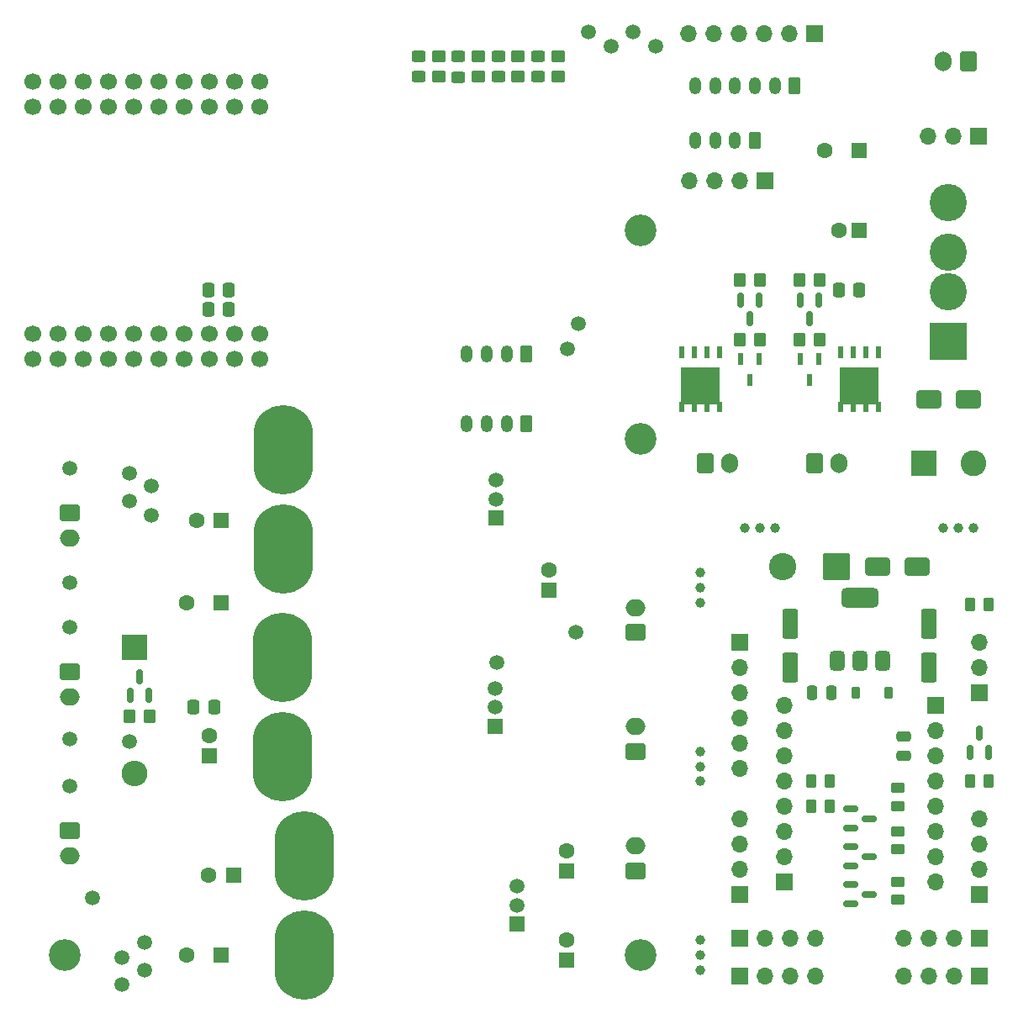
<source format=gbr>
%TF.GenerationSoftware,KiCad,Pcbnew,8.0.5-dirty*%
%TF.CreationDate,2024-10-27T18:43:13+01:00*%
%TF.ProjectId,tank_mower_controller_V1,74616e6b-5f6d-46f7-9765-725f636f6e74,rev?*%
%TF.SameCoordinates,Original*%
%TF.FileFunction,Soldermask,Top*%
%TF.FilePolarity,Negative*%
%FSLAX46Y46*%
G04 Gerber Fmt 4.6, Leading zero omitted, Abs format (unit mm)*
G04 Created by KiCad (PCBNEW 8.0.5-dirty) date 2024-10-27 18:43:13*
%MOMM*%
%LPD*%
G01*
G04 APERTURE LIST*
G04 Aperture macros list*
%AMRoundRect*
0 Rectangle with rounded corners*
0 $1 Rounding radius*
0 $2 $3 $4 $5 $6 $7 $8 $9 X,Y pos of 4 corners*
0 Add a 4 corners polygon primitive as box body*
4,1,4,$2,$3,$4,$5,$6,$7,$8,$9,$2,$3,0*
0 Add four circle primitives for the rounded corners*
1,1,$1+$1,$2,$3*
1,1,$1+$1,$4,$5*
1,1,$1+$1,$6,$7*
1,1,$1+$1,$8,$9*
0 Add four rect primitives between the rounded corners*
20,1,$1+$1,$2,$3,$4,$5,0*
20,1,$1+$1,$4,$5,$6,$7,0*
20,1,$1+$1,$6,$7,$8,$9,0*
20,1,$1+$1,$8,$9,$2,$3,0*%
%AMHorizOval*
0 Thick line with rounded ends*
0 $1 width*
0 $2 $3 position (X,Y) of the first rounded end (center of the circle)*
0 $4 $5 position (X,Y) of the second rounded end (center of the circle)*
0 Add line between two ends*
20,1,$1,$2,$3,$4,$5,0*
0 Add two circle primitives to create the rounded ends*
1,1,$1,$2,$3*
1,1,$1,$4,$5*%
G04 Aperture macros list end*
%ADD10RoundRect,0.250000X0.350000X0.625000X-0.350000X0.625000X-0.350000X-0.625000X0.350000X-0.625000X0*%
%ADD11O,1.200000X1.750000*%
%ADD12C,1.500000*%
%ADD13RoundRect,0.250000X-0.750000X0.600000X-0.750000X-0.600000X0.750000X-0.600000X0.750000X0.600000X0*%
%ADD14O,2.000000X1.700000*%
%ADD15C,1.000000*%
%ADD16RoundRect,0.250000X-0.550000X1.250000X-0.550000X-1.250000X0.550000X-1.250000X0.550000X1.250000X0*%
%ADD17RoundRect,0.250000X-1.000000X-0.650000X1.000000X-0.650000X1.000000X0.650000X-1.000000X0.650000X0*%
%ADD18R,1.600000X1.600000*%
%ADD19C,1.600000*%
%ADD20RoundRect,0.250000X-0.262500X-0.450000X0.262500X-0.450000X0.262500X0.450000X-0.262500X0.450000X0*%
%ADD21RoundRect,0.250000X-0.450000X0.350000X-0.450000X-0.350000X0.450000X-0.350000X0.450000X0.350000X0*%
%ADD22RoundRect,0.150000X0.150000X-0.587500X0.150000X0.587500X-0.150000X0.587500X-0.150000X-0.587500X0*%
%ADD23RoundRect,0.250000X-0.350000X-0.450000X0.350000X-0.450000X0.350000X0.450000X-0.350000X0.450000X0*%
%ADD24RoundRect,0.250000X-0.600000X-0.750000X0.600000X-0.750000X0.600000X0.750000X-0.600000X0.750000X0*%
%ADD25O,1.700000X2.000000*%
%ADD26RoundRect,0.250000X0.750000X-0.600000X0.750000X0.600000X-0.750000X0.600000X-0.750000X-0.600000X0*%
%ADD27R,1.700000X1.700000*%
%ADD28O,1.700000X1.700000*%
%ADD29R,0.600000X1.300000*%
%ADD30R,0.610000X1.270000*%
%ADD31R,3.910000X3.810000*%
%ADD32R,0.610000X1.020000*%
%ADD33RoundRect,0.250000X0.350000X0.450000X-0.350000X0.450000X-0.350000X-0.450000X0.350000X-0.450000X0*%
%ADD34C,3.200000*%
%ADD35R,1.500000X1.500000*%
%ADD36HorizOval,0.800000X0.000000X0.000000X0.000000X0.000000X0*%
%ADD37HorizOval,0.800000X0.000000X0.000000X0.000000X0.000000X0*%
%ADD38C,0.800000*%
%ADD39O,6.000000X9.000000*%
%ADD40RoundRect,0.250000X-0.450000X0.325000X-0.450000X-0.325000X0.450000X-0.325000X0.450000X0.325000X0*%
%ADD41R,3.750000X3.750000*%
%ADD42C,3.750000*%
%ADD43RoundRect,0.375000X0.375000X-0.625000X0.375000X0.625000X-0.375000X0.625000X-0.375000X-0.625000X0*%
%ADD44RoundRect,0.500000X1.400000X-0.500000X1.400000X0.500000X-1.400000X0.500000X-1.400000X-0.500000X0*%
%ADD45RoundRect,0.250000X0.475000X-0.250000X0.475000X0.250000X-0.475000X0.250000X-0.475000X-0.250000X0*%
%ADD46RoundRect,0.150000X-0.587500X-0.150000X0.587500X-0.150000X0.587500X0.150000X-0.587500X0.150000X0*%
%ADD47RoundRect,0.250000X0.262500X0.450000X-0.262500X0.450000X-0.262500X-0.450000X0.262500X-0.450000X0*%
%ADD48RoundRect,0.150000X-0.150000X0.587500X-0.150000X-0.587500X0.150000X-0.587500X0.150000X0.587500X0*%
%ADD49RoundRect,0.250000X0.337500X0.475000X-0.337500X0.475000X-0.337500X-0.475000X0.337500X-0.475000X0*%
%ADD50R,2.600000X2.600000*%
%ADD51C,2.600000*%
%ADD52RoundRect,0.250000X0.450000X-0.262500X0.450000X0.262500X-0.450000X0.262500X-0.450000X-0.262500X0*%
%ADD53RoundRect,0.250000X-0.337500X-0.475000X0.337500X-0.475000X0.337500X0.475000X-0.337500X0.475000X0*%
%ADD54RoundRect,0.250000X0.600000X0.750000X-0.600000X0.750000X-0.600000X-0.750000X0.600000X-0.750000X0*%
%ADD55RoundRect,0.250000X1.000000X0.650000X-1.000000X0.650000X-1.000000X-0.650000X1.000000X-0.650000X0*%
%ADD56C,1.700000*%
%ADD57RoundRect,0.250000X1.125000X1.125000X-1.125000X1.125000X-1.125000X-1.125000X1.125000X-1.125000X0*%
%ADD58C,2.750000*%
%ADD59RoundRect,0.250000X0.250000X0.475000X-0.250000X0.475000X-0.250000X-0.475000X0.250000X-0.475000X0*%
%ADD60RoundRect,0.250000X-0.450000X0.262500X-0.450000X-0.262500X0.450000X-0.262500X0.450000X0.262500X0*%
%ADD61RoundRect,0.225000X0.225000X0.375000X-0.225000X0.375000X-0.225000X-0.375000X0.225000X-0.375000X0*%
%ADD62O,2.600000X2.600000*%
G04 APERTURE END LIST*
D10*
%TO.C,J13*%
X141238000Y-79204000D03*
D11*
X139238000Y-79204000D03*
X137238000Y-79204000D03*
X135238000Y-79204000D03*
%TD*%
D12*
%TO.C,TP54*%
X149738000Y-48204000D03*
%TD*%
D13*
%TO.C,M3*%
X95238000Y-111204000D03*
D14*
X95238000Y-113704000D03*
%TD*%
D15*
%TO.C,*%
X186238000Y-96704000D03*
%TD*%
%TO.C,*%
X158738000Y-120704000D03*
%TD*%
D16*
%TO.C,C4*%
X167808000Y-106314000D03*
X167808000Y-110714000D03*
%TD*%
D17*
%TO.C,D10*%
X181738000Y-83704000D03*
X185738000Y-83704000D03*
%TD*%
D18*
%TO.C,C16*%
X109326605Y-119615395D03*
D19*
X109326605Y-117615395D03*
%TD*%
D20*
%TO.C,R5*%
X185945500Y-104364000D03*
X187770500Y-104364000D03*
%TD*%
D21*
%TO.C,R30*%
X144388000Y-49229000D03*
X144388000Y-51229000D03*
%TD*%
D22*
%TO.C,Q4*%
X185908000Y-119271500D03*
X187808000Y-119271500D03*
X186858000Y-117396500D03*
%TD*%
D18*
%TO.C,C9*%
X110488000Y-139704000D03*
D19*
X106988000Y-139704000D03*
%TD*%
D18*
%TO.C,C37*%
X174738000Y-58704000D03*
D19*
X171238000Y-58704000D03*
%TD*%
D12*
%TO.C,TP19*%
X101238000Y-118204000D03*
%TD*%
D13*
%TO.C,M1*%
X95238000Y-127204000D03*
D14*
X95238000Y-129704000D03*
%TD*%
D23*
%TO.C,R16*%
X101238000Y-115704000D03*
X103238000Y-115704000D03*
%TD*%
D24*
%TO.C,J2*%
X159238000Y-90204000D03*
D25*
X161738000Y-90204000D03*
%TD*%
D26*
%TO.C,J11*%
X152238000Y-131204000D03*
D14*
X152238000Y-128704000D03*
%TD*%
D12*
%TO.C,TP20*%
X102738000Y-141204000D03*
%TD*%
D18*
%TO.C,C21*%
X174738000Y-66704000D03*
D19*
X172738000Y-66704000D03*
%TD*%
D27*
%TO.C,J10*%
X182413000Y-114524000D03*
D28*
X182413000Y-117064000D03*
X182413000Y-119604000D03*
X182413000Y-122144000D03*
X182413000Y-124684000D03*
X182413000Y-127224000D03*
X182413000Y-129764000D03*
X182413000Y-132304000D03*
%TD*%
D23*
%TO.C,R37*%
X162738000Y-77704000D03*
X164738000Y-77704000D03*
%TD*%
D29*
%TO.C,Q17*%
X164688000Y-79704000D03*
X162788000Y-79704000D03*
X163738000Y-81804000D03*
%TD*%
D15*
%TO.C,*%
X164738000Y-96704000D03*
%TD*%
D30*
%TO.C,Q16*%
X160643000Y-79034000D03*
X159373000Y-79034000D03*
X158103000Y-79034000D03*
X156833000Y-79034000D03*
D31*
X158738000Y-82394000D03*
D32*
X160643000Y-84499000D03*
X159373000Y-84499000D03*
X158103000Y-84499000D03*
X156833000Y-84499000D03*
%TD*%
D33*
%TO.C,R2*%
X164738000Y-71704000D03*
X162738000Y-71704000D03*
%TD*%
D24*
%TO.C,J1*%
X170238000Y-90204000D03*
D25*
X172738000Y-90204000D03*
%TD*%
D15*
%TO.C,*%
X158738000Y-102704000D03*
%TD*%
D34*
%TO.C,REF\u002A\u002A*%
X152738000Y-87704000D03*
%TD*%
D35*
%TO.C,U8*%
X138088000Y-116666500D03*
D12*
X138088000Y-114756500D03*
X138088000Y-112846500D03*
D36*
X116058000Y-113706500D03*
D37*
X117318000Y-113706500D03*
D38*
X115028000Y-112956500D03*
X118348000Y-112956500D03*
X114638000Y-111756500D03*
X118738000Y-111756500D03*
X114638000Y-110426500D03*
X118738000Y-110426500D03*
D39*
X116688000Y-109756500D03*
D38*
X114638000Y-109086500D03*
X118738000Y-109086500D03*
X114638000Y-107756500D03*
X118738000Y-107756500D03*
X115028000Y-106556500D03*
X118348000Y-106556500D03*
X116058000Y-105806500D03*
X117318000Y-105806500D03*
X116058000Y-123706500D03*
X117318000Y-123706500D03*
X115028000Y-122956500D03*
X118348000Y-122956500D03*
X114638000Y-121756500D03*
X118738000Y-121756500D03*
X114638000Y-120426500D03*
X118738000Y-120426500D03*
D39*
X116688000Y-119756500D03*
D38*
X114638000Y-119086500D03*
X118738000Y-119086500D03*
X114638000Y-117756500D03*
X118738000Y-117756500D03*
X115028000Y-116556500D03*
X118348000Y-116556500D03*
D37*
X116058000Y-115806500D03*
D36*
X117318000Y-115806500D03*
%TD*%
D40*
%TO.C,D7*%
X138388000Y-49204000D03*
X138388000Y-51254000D03*
%TD*%
D10*
%TO.C,J9*%
X164238000Y-57704000D03*
D11*
X162238000Y-57704000D03*
X160238000Y-57704000D03*
X158238000Y-57704000D03*
%TD*%
D15*
%TO.C,*%
X158738000Y-119204000D03*
%TD*%
D35*
%TO.C,U2*%
X140238000Y-136604000D03*
D12*
X140238000Y-134694000D03*
X140238000Y-132784000D03*
D36*
X118208000Y-133644000D03*
D37*
X119468000Y-133644000D03*
D38*
X117178000Y-132894000D03*
X120498000Y-132894000D03*
X116788000Y-131694000D03*
X120888000Y-131694000D03*
X116788000Y-130364000D03*
X120888000Y-130364000D03*
D39*
X118838000Y-129694000D03*
D38*
X116788000Y-129024000D03*
X120888000Y-129024000D03*
X116788000Y-127694000D03*
X120888000Y-127694000D03*
X117178000Y-126494000D03*
X120498000Y-126494000D03*
X118208000Y-125744000D03*
X119468000Y-125744000D03*
X118208000Y-143644000D03*
X119468000Y-143644000D03*
X117178000Y-142894000D03*
X120498000Y-142894000D03*
X116788000Y-141694000D03*
X120888000Y-141694000D03*
X116788000Y-140364000D03*
X120888000Y-140364000D03*
D39*
X118838000Y-139694000D03*
D38*
X116788000Y-139024000D03*
X120888000Y-139024000D03*
X116788000Y-137694000D03*
X120888000Y-137694000D03*
X117178000Y-136494000D03*
X120498000Y-136494000D03*
D37*
X118208000Y-135744000D03*
D36*
X119468000Y-135744000D03*
%TD*%
D41*
%TO.C,F1*%
X183738000Y-77904000D03*
D42*
X183738000Y-72904000D03*
X183738000Y-68904000D03*
X183738000Y-63904000D03*
%TD*%
D34*
%TO.C,REF\u002A\u002A*%
X152738000Y-66704000D03*
%TD*%
D43*
%TO.C,U2*%
X172493000Y-110054000D03*
X174793000Y-110054000D03*
D44*
X174793000Y-103754000D03*
D43*
X177093000Y-110054000D03*
%TD*%
D45*
%TO.C,C2*%
X179238000Y-119604000D03*
X179238000Y-117704000D03*
%TD*%
D15*
%TO.C,*%
X163238000Y-96704000D03*
%TD*%
D46*
%TO.C,Q3*%
X173855500Y-132624000D03*
X173855500Y-134524000D03*
X175730500Y-133574000D03*
%TD*%
D47*
%TO.C,R6*%
X171768500Y-124684000D03*
X169943500Y-124684000D03*
%TD*%
D48*
%TO.C,Q3*%
X170688000Y-73766500D03*
X168788000Y-73766500D03*
X169738000Y-75641500D03*
%TD*%
D12*
%TO.C,TP21*%
X102738000Y-138454000D03*
%TD*%
D26*
%TO.C,J6*%
X152238000Y-107204000D03*
D14*
X152238000Y-104704000D03*
%TD*%
D12*
%TO.C,TP15*%
X95238000Y-90704000D03*
%TD*%
D46*
%TO.C,Q1*%
X173855500Y-128814000D03*
X173855500Y-130714000D03*
X175730500Y-129764000D03*
%TD*%
D12*
%TO.C,TP22*%
X103488000Y-92454000D03*
%TD*%
D49*
%TO.C,C22*%
X174775500Y-72704000D03*
X172700500Y-72704000D03*
%TD*%
D10*
%TO.C,J14*%
X141238000Y-86204000D03*
D11*
X139238000Y-86204000D03*
X137238000Y-86204000D03*
X135238000Y-86204000D03*
%TD*%
D29*
%TO.C,Q4*%
X170688000Y-79654000D03*
X168788000Y-79654000D03*
X169738000Y-81754000D03*
%TD*%
D21*
%TO.C,R32*%
X140388000Y-49229000D03*
X140388000Y-51229000D03*
%TD*%
D50*
%TO.C,J5*%
X181238000Y-90204000D03*
D51*
X186238000Y-90204000D03*
%TD*%
D27*
%TO.C,J11*%
X167173000Y-132304000D03*
D28*
X167173000Y-129764000D03*
X167173000Y-127224000D03*
X167173000Y-124684000D03*
X167173000Y-122144000D03*
X167173000Y-119604000D03*
X167173000Y-117064000D03*
X167173000Y-114524000D03*
%TD*%
D23*
%TO.C,R38*%
X168738000Y-77704000D03*
X170738000Y-77704000D03*
%TD*%
D12*
%TO.C,TP52*%
X147488000Y-46704000D03*
%TD*%
D21*
%TO.C,R36*%
X132388000Y-49229000D03*
X132388000Y-51229000D03*
%TD*%
D18*
%TO.C,C19*%
X145238000Y-131204000D03*
D19*
X145238000Y-129204000D03*
%TD*%
D27*
%TO.C,J10*%
X165238000Y-61704000D03*
D28*
X162698000Y-61704000D03*
X160158000Y-61704000D03*
X157618000Y-61704000D03*
%TD*%
D27*
%TO.C,J8*%
X186858000Y-141829000D03*
D28*
X184318000Y-141829000D03*
X181778000Y-141829000D03*
X179238000Y-141829000D03*
%TD*%
D12*
%TO.C,TP26*%
X101238000Y-91204000D03*
%TD*%
D33*
%TO.C,R1*%
X170738000Y-71704000D03*
X168738000Y-71704000D03*
%TD*%
D27*
%TO.C,J6*%
X162728000Y-138019000D03*
D28*
X165268000Y-138019000D03*
X167808000Y-138019000D03*
X170348000Y-138019000D03*
%TD*%
D12*
%TO.C,TP13*%
X97488000Y-133954000D03*
%TD*%
D52*
%TO.C,R2*%
X178603000Y-124684000D03*
X178603000Y-122859000D03*
%TD*%
D12*
%TO.C,TP17*%
X95238000Y-106704000D03*
%TD*%
D10*
%TO.C,J4*%
X168238000Y-52204000D03*
D11*
X166238000Y-52204000D03*
X164238000Y-52204000D03*
X162238000Y-52204000D03*
X160238000Y-52204000D03*
X158238000Y-52204000D03*
%TD*%
D16*
%TO.C,C3*%
X181778000Y-106314000D03*
X181778000Y-110714000D03*
%TD*%
D53*
%TO.C,C28*%
X109200500Y-72704000D03*
X111275500Y-72704000D03*
%TD*%
D54*
%TO.C,J3*%
X185738000Y-49704000D03*
D25*
X183238000Y-49704000D03*
%TD*%
D20*
%TO.C,R4*%
X185945500Y-122144000D03*
X187770500Y-122144000D03*
%TD*%
D55*
%TO.C,D1*%
X180603000Y-100554000D03*
X176603000Y-100554000D03*
%TD*%
D56*
%TO.C,U9*%
X91498000Y-79674000D03*
X91498000Y-77134000D03*
X94038000Y-79674000D03*
X94038000Y-77134000D03*
X96578000Y-79674000D03*
X96578000Y-77134000D03*
X99118000Y-79674000D03*
X99118000Y-77134000D03*
X101658000Y-79674000D03*
X101658000Y-77134000D03*
X104198000Y-79674000D03*
X104198000Y-77134000D03*
X106738000Y-79674000D03*
X106738000Y-77134000D03*
X109278000Y-79674000D03*
X109278000Y-77134000D03*
X111818000Y-79674000D03*
X111818000Y-77134000D03*
X114358000Y-79674000D03*
X114358000Y-77134000D03*
X91498000Y-54274000D03*
X91498000Y-51734000D03*
X94038000Y-54274000D03*
X94038000Y-51734000D03*
X96578000Y-54274000D03*
X96578000Y-51734000D03*
X99118000Y-54274000D03*
X99118000Y-51734000D03*
X101658000Y-54274000D03*
X101658000Y-51734000D03*
X104198000Y-54274000D03*
X104198000Y-51734000D03*
X106738000Y-54274000D03*
X106738000Y-51734000D03*
X109278000Y-54274000D03*
X109278000Y-51734000D03*
X111818000Y-54274000D03*
X111818000Y-51734000D03*
X114358000Y-54274000D03*
X114358000Y-51734000D03*
%TD*%
D15*
%TO.C,*%
X158738000Y-101204000D03*
%TD*%
D12*
%TO.C,TP48*%
X145338000Y-78704000D03*
%TD*%
D27*
%TO.C,J7*%
X186738000Y-57204000D03*
D28*
X184198000Y-57204000D03*
X181658000Y-57204000D03*
%TD*%
D18*
%TO.C,C15*%
X110488000Y-104204000D03*
D19*
X106988000Y-104204000D03*
%TD*%
D15*
%TO.C,*%
X184738000Y-96704000D03*
%TD*%
%TO.C,*%
X158738000Y-139704000D03*
%TD*%
%TO.C,*%
X158738000Y-138204000D03*
%TD*%
D18*
%TO.C,C18*%
X145238000Y-140204000D03*
D19*
X145238000Y-138204000D03*
%TD*%
D57*
%TO.C,J1*%
X172413000Y-100554000D03*
D58*
X167013000Y-100554000D03*
%TD*%
D15*
%TO.C,*%
X158738000Y-104204000D03*
%TD*%
D12*
%TO.C,TP49*%
X146238000Y-107204000D03*
%TD*%
D15*
%TO.C,*%
X183238000Y-96704000D03*
%TD*%
D34*
%TO.C,REF\u002A\u002A*%
X152738000Y-139704000D03*
%TD*%
D53*
%TO.C,C27*%
X109200500Y-74704000D03*
X111275500Y-74704000D03*
%TD*%
D27*
%TO.C,J8*%
X170238000Y-46954000D03*
D28*
X167698000Y-46954000D03*
X165158000Y-46954000D03*
X162618000Y-46954000D03*
X160078000Y-46954000D03*
X157538000Y-46954000D03*
%TD*%
D12*
%TO.C,TP18*%
X95238000Y-117954000D03*
%TD*%
D15*
%TO.C,*%
X158738000Y-122204000D03*
%TD*%
D59*
%TO.C,C5*%
X171933000Y-113254000D03*
X170033000Y-113254000D03*
%TD*%
D27*
%TO.C,J4*%
X162728000Y-133574000D03*
D28*
X162728000Y-131034000D03*
X162728000Y-128494000D03*
X162728000Y-125954000D03*
%TD*%
D12*
%TO.C,TP55*%
X154238000Y-48204000D03*
%TD*%
D40*
%TO.C,D8*%
X134388000Y-49229000D03*
X134388000Y-51279000D03*
%TD*%
D27*
%TO.C,J7*%
X162728000Y-141829000D03*
D28*
X165268000Y-141829000D03*
X167808000Y-141829000D03*
X170348000Y-141829000D03*
%TD*%
D60*
%TO.C,R3*%
X178603000Y-132304000D03*
X178603000Y-134129000D03*
%TD*%
D18*
%TO.C,C8*%
X110488000Y-95954000D03*
D19*
X107988000Y-95954000D03*
%TD*%
D27*
%TO.C,J9*%
X186858000Y-138019000D03*
D28*
X184318000Y-138019000D03*
X181778000Y-138019000D03*
X179238000Y-138019000D03*
%TD*%
D12*
%TO.C,TP24*%
X100488000Y-139954000D03*
%TD*%
D26*
%TO.C,J12*%
X152238000Y-119204000D03*
D14*
X152238000Y-116704000D03*
%TD*%
D15*
%TO.C,*%
X158738000Y-141204000D03*
%TD*%
D12*
%TO.C,TP27*%
X101238000Y-93954000D03*
%TD*%
D35*
%TO.C,U6*%
X138138000Y-95694000D03*
D12*
X138138000Y-93784000D03*
X138138000Y-91874000D03*
D36*
X116108000Y-92734000D03*
D37*
X117368000Y-92734000D03*
D38*
X115078000Y-91984000D03*
X118398000Y-91984000D03*
X114688000Y-90784000D03*
X118788000Y-90784000D03*
X114688000Y-89454000D03*
X118788000Y-89454000D03*
D39*
X116738000Y-88784000D03*
D38*
X114688000Y-88114000D03*
X118788000Y-88114000D03*
X114688000Y-86784000D03*
X118788000Y-86784000D03*
X115078000Y-85584000D03*
X118398000Y-85584000D03*
X116108000Y-84834000D03*
X117368000Y-84834000D03*
X116108000Y-102734000D03*
X117368000Y-102734000D03*
X115078000Y-101984000D03*
X118398000Y-101984000D03*
X114688000Y-100784000D03*
X118788000Y-100784000D03*
X114688000Y-99454000D03*
X118788000Y-99454000D03*
D39*
X116738000Y-98784000D03*
D38*
X114688000Y-98114000D03*
X118788000Y-98114000D03*
X114688000Y-96784000D03*
X118788000Y-96784000D03*
X115078000Y-95584000D03*
X118398000Y-95584000D03*
D37*
X116108000Y-94834000D03*
D36*
X117368000Y-94834000D03*
%TD*%
D12*
%TO.C,TP28*%
X138238000Y-110204000D03*
%TD*%
%TO.C,TP14*%
X95238000Y-122704000D03*
%TD*%
D40*
%TO.C,D9*%
X130388000Y-49204000D03*
X130388000Y-51254000D03*
%TD*%
D22*
%TO.C,Q5*%
X101288000Y-113579000D03*
X103188000Y-113579000D03*
X102238000Y-111704000D03*
%TD*%
D27*
%TO.C,J5*%
X162728000Y-108174000D03*
D28*
X162728000Y-110714000D03*
X162728000Y-113254000D03*
X162728000Y-115794000D03*
X162728000Y-118334000D03*
X162728000Y-120874000D03*
%TD*%
D18*
%TO.C,C14*%
X111738000Y-131704000D03*
D19*
X109238000Y-131704000D03*
%TD*%
D34*
%TO.C,REF\u002A\u002A*%
X94738000Y-139704000D03*
%TD*%
D27*
%TO.C,J2*%
X186858000Y-113254000D03*
D28*
X186858000Y-110714000D03*
X186858000Y-108174000D03*
%TD*%
D53*
%TO.C,C17*%
X107700500Y-114704000D03*
X109775500Y-114704000D03*
%TD*%
D46*
%TO.C,Q2*%
X173855500Y-125004000D03*
X173855500Y-126904000D03*
X175730500Y-125954000D03*
%TD*%
D18*
%TO.C,C20*%
X143488000Y-102954000D03*
D19*
X143488000Y-100954000D03*
%TD*%
D40*
%TO.C,D6*%
X142388000Y-49204000D03*
X142388000Y-51254000D03*
%TD*%
D47*
%TO.C,R7*%
X171768500Y-122144000D03*
X169943500Y-122144000D03*
%TD*%
D12*
%TO.C,TP16*%
X95238000Y-102204000D03*
%TD*%
D61*
%TO.C,D3*%
X177713000Y-113254000D03*
X174413000Y-113254000D03*
%TD*%
D21*
%TO.C,R34*%
X136388000Y-49229000D03*
X136388000Y-51229000D03*
%TD*%
D30*
%TO.C,Q18*%
X176643000Y-79034000D03*
X175373000Y-79034000D03*
X174103000Y-79034000D03*
X172833000Y-79034000D03*
D31*
X174738000Y-82394000D03*
D32*
X176643000Y-84499000D03*
X175373000Y-84499000D03*
X174103000Y-84499000D03*
X172833000Y-84499000D03*
%TD*%
D13*
%TO.C,M2*%
X95238000Y-95204000D03*
D14*
X95238000Y-97704000D03*
%TD*%
D12*
%TO.C,TP53*%
X151988000Y-46704000D03*
%TD*%
D27*
%TO.C,J3*%
X186833000Y-133574000D03*
D28*
X186833000Y-131034000D03*
X186833000Y-128494000D03*
X186833000Y-125954000D03*
%TD*%
D12*
%TO.C,TP43*%
X146488000Y-76104000D03*
%TD*%
%TO.C,TP23*%
X103488000Y-95454000D03*
%TD*%
D15*
%TO.C,*%
X166238000Y-96704000D03*
%TD*%
D60*
%TO.C,R1*%
X178603000Y-127224000D03*
X178603000Y-129049000D03*
%TD*%
D48*
%TO.C,Q15*%
X164688000Y-73766500D03*
X162788000Y-73766500D03*
X163738000Y-75641500D03*
%TD*%
D12*
%TO.C,TP25*%
X100488000Y-142704000D03*
%TD*%
D50*
%TO.C,D5*%
X101738000Y-108704000D03*
D62*
X101738000Y-121404000D03*
%TD*%
M02*

</source>
